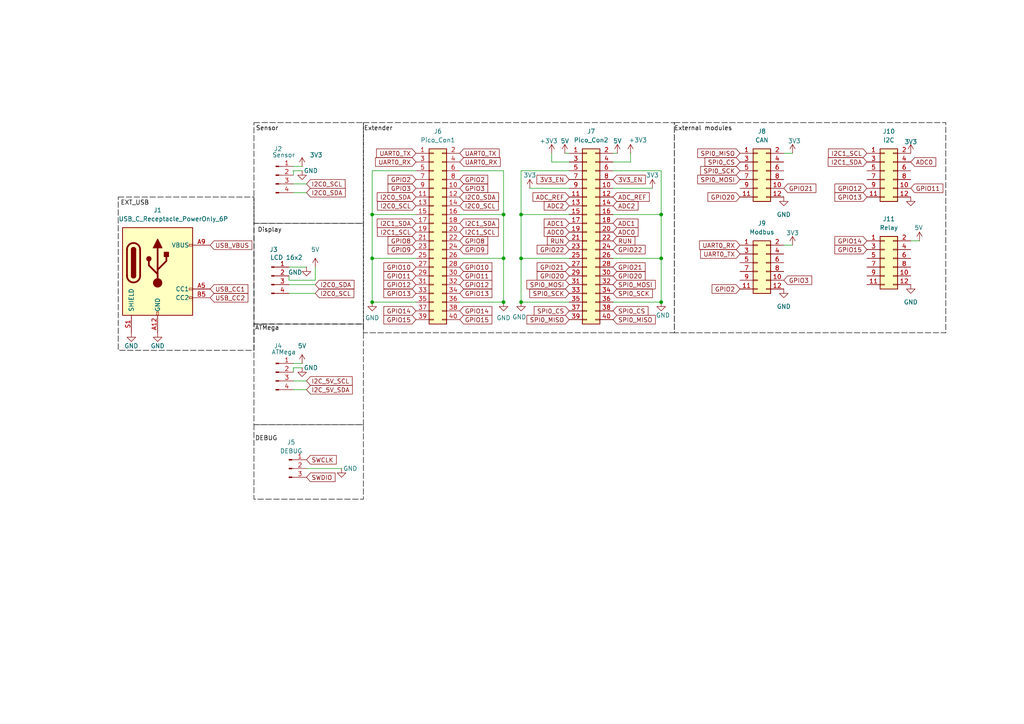
<source format=kicad_sch>
(kicad_sch (version 20250114) (generator "eeschema") (generator_version "9.0")
  (paper "A4")
  (title_block (title "Connectors") (date "2025-10-26") (rev "1.0") (company "PKl"))
  (lib_symbols
    (symbol "Connector:Conn_01x03_Pin" (pin_names (offset 1.016) (hide yes))
      (property "Reference" "J" (at 0 5.08 0))
      (property "Value" "Conn_01x03_Pin" (at 0 -5.08 0))
      (symbol "Conn_01x03_Pin_1_1"
        (rectangle (start 0.8636 2.667) (end 0 2.413) (stroke (width 0.1524)) (fill (type outline)))
        (rectangle (start 0.8636 0.127) (end 0 -0.127) (stroke (width 0.1524)) (fill (type outline)))
        (rectangle (start 0.8636 -2.413) (end 0 -2.667) (stroke (width 0.1524)) (fill (type outline)))
        (polyline (pts (xy 1.27 2.54) (xy 0.8636 2.54)) (stroke (width 0.1524)))
        (polyline (pts (xy 1.27 0) (xy 0.8636 0)) (stroke (width 0.1524)))
        (polyline (pts (xy 1.27 -2.54) (xy 0.8636 -2.54)) (stroke (width 0.1524)))
        (pin passive line (at 5.08 2.54 180) (length 3.81) (name "Pin_1") (number "1"))
        (pin passive line (at 5.08 0 180) (length 3.81) (name "Pin_2") (number "2"))
        (pin passive line (at 5.08 -2.54 180) (length 3.81) (name "Pin_3") (number "3"))
      )
    )
    (symbol "Connector:Conn_01x04_Pin" (pin_names (offset 1.016) (hide yes))
      (property "Reference" "J" (at 0 5.08 0))
      (property "Value" "Conn_01x04_Pin" (at 0 -7.62 0))
      (symbol "Conn_01x04_Pin_1_1"
        (rectangle (start 0.8636 2.667) (end 0 2.413) (stroke (width 0.1524)) (fill (type outline)))
        (rectangle (start 0.8636 0.127) (end 0 -0.127) (stroke (width 0.1524)) (fill (type outline)))
        (rectangle (start 0.8636 -2.413) (end 0 -2.667) (stroke (width 0.1524)) (fill (type outline)))
        (rectangle (start 0.8636 -4.953) (end 0 -5.207) (stroke (width 0.1524)) (fill (type outline)))
        (polyline (pts (xy 1.27 2.54) (xy 0.8636 2.54)) (stroke (width 0.1524)))
        (polyline (pts (xy 1.27 0) (xy 0.8636 0)) (stroke (width 0.1524)))
        (polyline (pts (xy 1.27 -2.54) (xy 0.8636 -2.54)) (stroke (width 0.1524)))
        (polyline (pts (xy 1.27 -5.08) (xy 0.8636 -5.08)) (stroke (width 0.1524)))
        (pin passive line (at 5.08 2.54 180) (length 3.81) (name "Pin_1") (number "1"))
        (pin passive line (at 5.08 0 180) (length 3.81) (name "Pin_2") (number "2"))
        (pin passive line (at 5.08 -2.54 180) (length 3.81) (name "Pin_3") (number "3"))
        (pin passive line (at 5.08 -5.08 180) (length 3.81) (name "Pin_4") (number "4"))
      )
    )
    (symbol "Connector:USB_C_Receptacle_PowerOnly_6P" (pin_names (offset 1.016))
      (property "Reference" "J" (at 0 16.51 0))
      (property "Value" "USB_C_Receptacle_PowerOnly_6P" (at 0 13.97 0))
      (symbol "USB_C_Receptacle_PowerOnly_6P_0_0"
        (rectangle (start -0.254 -12.7) (end 0.254 -11.684))
        (rectangle (start 10.16 7.874) (end 9.144 7.366))
        (rectangle (start 10.16 -4.826) (end 9.144 -5.334))
        (rectangle (start 10.16 -7.366) (end 9.144 -7.874))
      )
      (symbol "USB_C_Receptacle_PowerOnly_6P_0_1"
        (rectangle (start -10.16 12.7) (end 10.16 -12.7) (stroke (width 0.254)) (fill (type background)))
        (polyline (pts (xy -8.89 -1.27) (xy -8.89 6.35)) (stroke (width 0.508)))
        (rectangle (start -7.62 -1.27) (end -6.35 6.35) (stroke (width 0.254)) (fill (type outline)))
        (arc (start -7.62 6.35) (mid -6.985 6.9823) (end -6.35 6.35) (stroke (width 0.254)))
        (arc (start -7.62 6.35) (mid -6.985 6.9823) (end -6.35 6.35) (stroke (width 0.254)) (fill (type outline)))
        (arc (start -8.89 6.35) (mid -6.985 8.2467) (end -5.08 6.35) (stroke (width 0.508)))
        (arc (start -5.08 -1.27) (mid -6.985 -3.1667) (end -8.89 -1.27) (stroke (width 0.508)))
        (arc (start -6.35 -1.27) (mid -6.985 -1.9023) (end -7.62 -1.27) (stroke (width 0.254)))
        (arc (start -6.35 -1.27) (mid -6.985 -1.9023) (end -7.62 -1.27) (stroke (width 0.254)) (fill (type outline)))
        (polyline (pts (xy -5.08 6.35) (xy -5.08 -1.27)) (stroke (width 0.508)))
        (circle (center -2.54 3.683) (radius 0.635) (stroke (width 0.254)) (fill (type outline)))
        (polyline (pts (xy -1.27 6.858) (xy 0 9.398) (xy 1.27 6.858) (xy -1.27 6.858)) (stroke (width 0.254)) (fill (type outline)))
        (polyline (pts (xy 0 0.508) (xy 2.54 3.048) (xy 2.54 4.318)) (stroke (width 0.508)))
        (polyline (pts (xy 0 -0.762) (xy -2.54 1.778) (xy -2.54 3.048)) (stroke (width 0.508)))
        (polyline (pts (xy 0 -3.302) (xy 0 6.858)) (stroke (width 0.508)))
        (circle (center 0 -3.302) (radius 1.27) (fill (type outline)))
        (rectangle (start 1.905 4.318) (end 3.175 5.588) (stroke (width 0.254)) (fill (type outline)))
      )
      (symbol "USB_C_Receptacle_PowerOnly_6P_1_1"
        (pin passive line (at -7.62 -17.78 90) (length 5.08) (name "SHIELD") (number "S1"))
        (pin passive line (at 0 -17.78 90) (length 5.08) (name "GND") (number "A12"))
        (pin passive line (at 0 -17.78 90) (length 5.08) (hide yes) (name "GND") (number "B12"))
        (pin passive line (at 15.24 7.62 180) (length 5.08) (name "VBUS") (number "A9"))
        (pin passive line (at 15.24 7.62 180) (length 5.08) (hide yes) (name "VBUS") (number "B9"))
        (pin bidirectional line (at 15.24 -5.08 180) (length 5.08) (name "CC1") (number "A5"))
        (pin bidirectional line (at 15.24 -7.62 180) (length 5.08) (name "CC2") (number "B5"))
      )
    )
    (symbol "Connector_Generic:Conn_02x06_Odd_Even" (pin_names (offset 1.016) (hide yes))
      (property "Reference" "J" (at 1.27 7.62 0))
      (property "Value" "Conn_02x06_Odd_Even" (at 1.27 -10.16 0))
      (symbol "Conn_02x06_Odd_Even_1_1"
        (rectangle (start -1.27 6.35) (end 3.81 -8.89) (stroke (width 0.254)) (fill (type background)))
        (rectangle (start -1.27 5.207) (end 0 4.953) (stroke (width 0.1524)))
        (rectangle (start -1.27 2.667) (end 0 2.413) (stroke (width 0.1524)))
        (rectangle (start -1.27 0.127) (end 0 -0.127) (stroke (width 0.1524)))
        (rectangle (start -1.27 -2.413) (end 0 -2.667) (stroke (width 0.1524)))
        (rectangle (start -1.27 -4.953) (end 0 -5.207) (stroke (width 0.1524)))
        (rectangle (start -1.27 -7.493) (end 0 -7.747) (stroke (width 0.1524)))
        (rectangle (start 3.81 5.207) (end 2.54 4.953) (stroke (width 0.1524)))
        (rectangle (start 3.81 2.667) (end 2.54 2.413) (stroke (width 0.1524)))
        (rectangle (start 3.81 0.127) (end 2.54 -0.127) (stroke (width 0.1524)))
        (rectangle (start 3.81 -2.413) (end 2.54 -2.667) (stroke (width 0.1524)))
        (rectangle (start 3.81 -4.953) (end 2.54 -5.207) (stroke (width 0.1524)))
        (rectangle (start 3.81 -7.493) (end 2.54 -7.747) (stroke (width 0.1524)))
        (pin passive line (at -5.08 5.08 0) (length 3.81) (name "Pin_1") (number "1"))
        (pin passive line (at -5.08 2.54 0) (length 3.81) (name "Pin_3") (number "3"))
        (pin passive line (at -5.08 0 0) (length 3.81) (name "Pin_5") (number "5"))
        (pin passive line (at -5.08 -2.54 0) (length 3.81) (name "Pin_7") (number "7"))
        (pin passive line (at -5.08 -5.08 0) (length 3.81) (name "Pin_9") (number "9"))
        (pin passive line (at -5.08 -7.62 0) (length 3.81) (name "Pin_11") (number "11"))
        (pin passive line (at 7.62 5.08 180) (length 3.81) (name "Pin_2") (number "2"))
        (pin passive line (at 7.62 2.54 180) (length 3.81) (name "Pin_4") (number "4"))
        (pin passive line (at 7.62 0 180) (length 3.81) (name "Pin_6") (number "6"))
        (pin passive line (at 7.62 -2.54 180) (length 3.81) (name "Pin_8") (number "8"))
        (pin passive line (at 7.62 -5.08 180) (length 3.81) (name "Pin_10") (number "10"))
        (pin passive line (at 7.62 -7.62 180) (length 3.81) (name "Pin_12") (number "12"))
      )
    )
    (symbol "Connector_Generic:Conn_02x20_Odd_Even" (pin_names (offset 1.016) (hide yes))
      (property "Reference" "J" (at 1.27 25.4 0))
      (property "Value" "Conn_02x20_Odd_Even" (at 1.27 -27.94 0))
      (symbol "Conn_02x20_Odd_Even_1_1"
        (rectangle (start -1.27 24.13) (end 3.81 -26.67) (stroke (width 0.254)) (fill (type background)))
        (rectangle (start -1.27 22.987) (end 0 22.733) (stroke (width 0.1524)))
        (rectangle (start -1.27 20.447) (end 0 20.193) (stroke (width 0.1524)))
        (rectangle (start -1.27 17.907) (end 0 17.653) (stroke (width 0.1524)))
        (rectangle (start -1.27 15.367) (end 0 15.113) (stroke (width 0.1524)))
        (rectangle (start -1.27 12.827) (end 0 12.573) (stroke (width 0.1524)))
        (rectangle (start -1.27 10.287) (end 0 10.033) (stroke (width 0.1524)))
        (rectangle (start -1.27 7.747) (end 0 7.493) (stroke (width 0.1524)))
        (rectangle (start -1.27 5.207) (end 0 4.953) (stroke (width 0.1524)))
        (rectangle (start -1.27 2.667) (end 0 2.413) (stroke (width 0.1524)))
        (rectangle (start -1.27 0.127) (end 0 -0.127) (stroke (width 0.1524)))
        (rectangle (start -1.27 -2.413) (end 0 -2.667) (stroke (width 0.1524)))
        (rectangle (start -1.27 -4.953) (end 0 -5.207) (stroke (width 0.1524)))
        (rectangle (start -1.27 -7.493) (end 0 -7.747) (stroke (width 0.1524)))
        (rectangle (start -1.27 -10.033) (end 0 -10.287) (stroke (width 0.1524)))
        (rectangle (start -1.27 -12.573) (end 0 -12.827) (stroke (width 0.1524)))
        (rectangle (start -1.27 -15.113) (end 0 -15.367) (stroke (width 0.1524)))
        (rectangle (start -1.27 -17.653) (end 0 -17.907) (stroke (width 0.1524)))
        (rectangle (start -1.27 -20.193) (end 0 -20.447) (stroke (width 0.1524)))
        (rectangle (start -1.27 -22.733) (end 0 -22.987) (stroke (width 0.1524)))
        (rectangle (start -1.27 -25.273) (end 0 -25.527) (stroke (width 0.1524)))
        (rectangle (start 3.81 22.987) (end 2.54 22.733) (stroke (width 0.1524)))
        (rectangle (start 3.81 20.447) (end 2.54 20.193) (stroke (width 0.1524)))
        (rectangle (start 3.81 17.907) (end 2.54 17.653) (stroke (width 0.1524)))
        (rectangle (start 3.81 15.367) (end 2.54 15.113) (stroke (width 0.1524)))
        (rectangle (start 3.81 12.827) (end 2.54 12.573) (stroke (width 0.1524)))
        (rectangle (start 3.81 10.287) (end 2.54 10.033) (stroke (width 0.1524)))
        (rectangle (start 3.81 7.747) (end 2.54 7.493) (stroke (width 0.1524)))
        (rectangle (start 3.81 5.207) (end 2.54 4.953) (stroke (width 0.1524)))
        (rectangle (start 3.81 2.667) (end 2.54 2.413) (stroke (width 0.1524)))
        (rectangle (start 3.81 0.127) (end 2.54 -0.127) (stroke (width 0.1524)))
        (rectangle (start 3.81 -2.413) (end 2.54 -2.667) (stroke (width 0.1524)))
        (rectangle (start 3.81 -4.953) (end 2.54 -5.207) (stroke (width 0.1524)))
        (rectangle (start 3.81 -7.493) (end 2.54 -7.747) (stroke (width 0.1524)))
        (rectangle (start 3.81 -10.033) (end 2.54 -10.287) (stroke (width 0.1524)))
        (rectangle (start 3.81 -12.573) (end 2.54 -12.827) (stroke (width 0.1524)))
        (rectangle (start 3.81 -15.113) (end 2.54 -15.367) (stroke (width 0.1524)))
        (rectangle (start 3.81 -17.653) (end 2.54 -17.907) (stroke (width 0.1524)))
        (rectangle (start 3.81 -20.193) (end 2.54 -20.447) (stroke (width 0.1524)))
        (rectangle (start 3.81 -22.733) (end 2.54 -22.987) (stroke (width 0.1524)))
        (rectangle (start 3.81 -25.273) (end 2.54 -25.527) (stroke (width 0.1524)))
        (pin passive line (at -5.08 22.86 0) (length 3.81) (name "Pin_1") (number "1"))
        (pin passive line (at -5.08 20.32 0) (length 3.81) (name "Pin_3") (number "3"))
        (pin passive line (at -5.08 17.78 0) (length 3.81) (name "Pin_5") (number "5"))
        (pin passive line (at -5.08 15.24 0) (length 3.81) (name "Pin_7") (number "7"))
        (pin passive line (at -5.08 12.7 0) (length 3.81) (name "Pin_9") (number "9"))
        (pin passive line (at -5.08 10.16 0) (length 3.81) (name "Pin_11") (number "11"))
        (pin passive line (at -5.08 7.62 0) (length 3.81) (name "Pin_13") (number "13"))
        (pin passive line (at -5.08 5.08 0) (length 3.81) (name "Pin_15") (number "15"))
        (pin passive line (at -5.08 2.54 0) (length 3.81) (name "Pin_17") (number "17"))
        (pin passive line (at -5.08 0 0) (length 3.81) (name "Pin_19") (number "19"))
        (pin passive line (at -5.08 -2.54 0) (length 3.81) (name "Pin_21") (number "21"))
        (pin passive line (at -5.08 -5.08 0) (length 3.81) (name "Pin_23") (number "23"))
        (pin passive line (at -5.08 -7.62 0) (length 3.81) (name "Pin_25") (number "25"))
        (pin passive line (at -5.08 -10.16 0) (length 3.81) (name "Pin_27") (number "27"))
        (pin passive line (at -5.08 -12.7 0) (length 3.81) (name "Pin_29") (number "29"))
        (pin passive line (at -5.08 -15.24 0) (length 3.81) (name "Pin_31") (number "31"))
        (pin passive line (at -5.08 -17.78 0) (length 3.81) (name "Pin_33") (number "33"))
        (pin passive line (at -5.08 -20.32 0) (length 3.81) (name "Pin_35") (number "35"))
        (pin passive line (at -5.08 -22.86 0) (length 3.81) (name "Pin_37") (number "37"))
        (pin passive line (at -5.08 -25.4 0) (length 3.81) (name "Pin_39") (number "39"))
        (pin passive line (at 7.62 22.86 180) (length 3.81) (name "Pin_2") (number "2"))
        (pin passive line (at 7.62 20.32 180) (length 3.81) (name "Pin_4") (number "4"))
        (pin passive line (at 7.62 17.78 180) (length 3.81) (name "Pin_6") (number "6"))
        (pin passive line (at 7.62 15.24 180) (length 3.81) (name "Pin_8") (number "8"))
        (pin passive line (at 7.62 12.7 180) (length 3.81) (name "Pin_10") (number "10"))
        (pin passive line (at 7.62 10.16 180) (length 3.81) (name "Pin_12") (number "12"))
        (pin passive line (at 7.62 7.62 180) (length 3.81) (name "Pin_14") (number "14"))
        (pin passive line (at 7.62 5.08 180) (length 3.81) (name "Pin_16") (number "16"))
        (pin passive line (at 7.62 2.54 180) (length 3.81) (name "Pin_18") (number "18"))
        (pin passive line (at 7.62 0 180) (length 3.81) (name "Pin_20") (number "20"))
        (pin passive line (at 7.62 -2.54 180) (length 3.81) (name "Pin_22") (number "22"))
        (pin passive line (at 7.62 -5.08 180) (length 3.81) (name "Pin_24") (number "24"))
        (pin passive line (at 7.62 -7.62 180) (length 3.81) (name "Pin_26") (number "26"))
        (pin passive line (at 7.62 -10.16 180) (length 3.81) (name "Pin_28") (number "28"))
        (pin passive line (at 7.62 -12.7 180) (length 3.81) (name "Pin_30") (number "30"))
        (pin passive line (at 7.62 -15.24 180) (length 3.81) (name "Pin_32") (number "32"))
        (pin passive line (at 7.62 -17.78 180) (length 3.81) (name "Pin_34") (number "34"))
        (pin passive line (at 7.62 -20.32 180) (length 3.81) (name "Pin_36") (number "36"))
        (pin passive line (at 7.62 -22.86 180) (length 3.81) (name "Pin_38") (number "38"))
        (pin passive line (at 7.62 -25.4 180) (length 3.81) (name "Pin_40") (number "40"))
      )
    )
    (symbol "power:+3.3V" (power) (pin_numbers (hide yes)) (pin_names (offset 0) (hide yes))
      (property "Value" "+3.3V" (at 0 3.556 0))
      (symbol "+3.3V_0_1"
        (polyline (pts (xy -0.762 1.27) (xy 0 2.54)))
        (polyline (pts (xy 0 2.54) (xy 0.762 1.27)))
        (polyline (pts (xy 0 0) (xy 0 2.54)))
      )
      (symbol "+3.3V_1_1"
        (pin power_in line (at 0 0 90) (length 0) (name "~") (number "1"))
      )
    )
    (symbol "power:+5V" (power) (pin_numbers (hide yes)) (pin_names (offset 0) (hide yes))
      (property "Value" "+5V" (at 0 3.556 0))
      (symbol "+5V_0_1"
        (polyline (pts (xy -0.762 1.27) (xy 0 2.54)))
        (polyline (pts (xy 0 2.54) (xy 0.762 1.27)))
        (polyline (pts (xy 0 0) (xy 0 2.54)))
      )
      (symbol "+5V_1_1"
        (pin power_in line (at 0 0 90) (length 0) (name "~") (number "1"))
      )
    )
    (symbol "power:GND" (power) (pin_numbers (hide yes)) (pin_names (offset 0) (hide yes))
      (property "Value" "GND" (at 0 -3.81 0))
      (symbol "GND_0_1"
        (polyline (pts (xy 0 0) (xy 0 -1.27) (xy 1.27 -1.27) (xy 0 -2.54) (xy -1.27 -1.27) (xy 0 -1.27)))
      )
      (symbol "GND_1_1"
        (pin power_in line (at 0 0 270) (length 0) (name "~") (number "1"))
      )
    )
  )
  (rectangle (start 73.66 35.56) (end 105.41 64.77) (stroke (width 0) (type dash) (color 0 0 0 1)))
  (rectangle (start 195.58 35.56) (end 274.32 96.52) (stroke (width 0) (type dash) (color 0 0 0 1)))
  (rectangle (start 73.66 93.98) (end 105.41 123.19) (stroke (width 0) (type dash) (color 0 0 0 1)))
  (rectangle (start 34.29 57.15) (end 73.66 101.6) (stroke (width 0) (type dash) (color 0 0 0 1)))
  (rectangle (start 73.66 123.19) (end 105.41 144.78) (stroke (width 0) (type dash) (color 0 0 0 1)))
  (rectangle (start 73.66 64.77) (end 105.41 93.98) (stroke (width 0) (type dash) (color 0 0 0 1)))
  (rectangle (start 105.41 35.56) (end 195.58 96.52) (stroke (width 0) (type dash) (color 0 0 0 1)))
  (text "ATMega" (at 77.47 95.25 0) (effects (font (size 1.27 1.27))))
  (text "Sensor " (at 77.978 37.338 0) (effects (font (size 1.27 1.27))))
  (text "Extender" (at 109.728 37.338 0) (effects (font (size 1.27 1.27))))
  (text "Display" (at 78.232 66.802 0) (effects (font (size 1.27 1.27))))
  (text "External modules" (at 203.962 37.338 0) (effects (font (size 1.27 1.27))))
  (text "EXT_USB" (at 39.116 58.928 0) (effects (font (size 1.27 1.27))))
  (text "DEBUG" (at 77.216 127.254 0) (effects (font (size 1.27 1.27))))
  (junction (at 146.05 74.93))
  (junction (at 191.77 74.93))
  (junction (at 151.13 74.93))
  (junction (at 146.05 62.23))
  (junction (at 107.95 87.63))
  (junction (at 191.77 62.23))
  (junction (at 191.77 87.63))
  (junction (at 151.13 62.23))
  (junction (at 151.13 87.63))
  (junction (at 146.05 87.63))
  (junction (at 107.95 62.23))
  (junction (at 107.95 74.93))
  (wire (pts (xy 177.8 46.99) (xy 182.88 46.99)))
  (wire (pts (xy 163.83 44.45) (xy 165.1 44.45)))
  (wire (pts (xy 191.77 87.63) (xy 191.77 74.93)))
  (wire (pts (xy 83.82 85.09) (xy 91.44 85.09)))
  (wire (pts (xy 151.13 62.23) (xy 151.13 74.93)))
  (wire (pts (xy 87.63 105.41) (xy 85.09 105.41)))
  (wire (pts (xy 85.09 113.03) (xy 88.9 113.03)))
  (wire (pts (xy 146.05 49.53) (xy 133.35 49.53)))
  (wire (pts (xy 177.8 54.61) (xy 189.23 54.61)))
  (wire (pts (xy 151.13 74.93) (xy 151.13 87.63)))
  (wire (pts (xy 133.35 62.23) (xy 146.05 62.23)))
  (wire (pts (xy 85.09 49.53) (xy 87.63 49.53)))
  (wire (pts (xy 83.82 81.28) (xy 83.82 80.01)))
  (wire (pts (xy 85.09 106.68) (xy 87.63 106.68)))
  (wire (pts (xy 87.63 48.26) (xy 85.09 48.26)))
  (wire (pts (xy 191.77 49.53) (xy 177.8 49.53)))
  (wire (pts (xy 83.82 77.47) (xy 88.9 77.47)))
  (wire (pts (xy 85.09 55.88) (xy 88.9 55.88)))
  (wire (pts (xy 107.95 87.63) (xy 107.95 74.93)))
  (wire (pts (xy 160.02 46.99) (xy 165.1 46.99)))
  (wire (pts (xy 120.65 87.63) (xy 107.95 87.63)))
  (wire (pts (xy 229.87 71.12) (xy 227.33 71.12)))
  (wire (pts (xy 191.77 74.93) (xy 191.77 62.23)))
  (wire (pts (xy 107.95 49.53) (xy 120.65 49.53)))
  (wire (pts (xy 177.8 62.23) (xy 191.77 62.23)))
  (wire (pts (xy 85.09 106.68) (xy 85.09 107.95)))
  (wire (pts (xy 107.95 62.23) (xy 120.65 62.23)))
  (wire (pts (xy 151.13 49.53) (xy 165.1 49.53)))
  (wire (pts (xy 229.87 44.45) (xy 227.33 44.45)))
  (wire (pts (xy 191.77 62.23) (xy 191.77 49.53)))
  (wire (pts (xy 177.8 74.93) (xy 191.77 74.93)))
  (wire (pts (xy 146.05 62.23) (xy 146.05 49.53)))
  (wire (pts (xy 85.09 110.49) (xy 88.9 110.49)))
  (wire (pts (xy 165.1 62.23) (xy 151.13 62.23)))
  (wire (pts (xy 83.82 82.55) (xy 91.44 82.55)))
  (wire (pts (xy 88.9 135.89) (xy 99.06 135.89)))
  (wire (pts (xy 153.67 54.61) (xy 165.1 54.61)))
  (wire (pts (xy 146.05 87.63) (xy 146.05 74.93)))
  (wire (pts (xy 266.7 69.85) (xy 264.16 69.85)))
  (wire (pts (xy 146.05 74.93) (xy 146.05 62.23)))
  (wire (pts (xy 91.44 77.47) (xy 91.44 81.28)))
  (wire (pts (xy 179.07 44.45) (xy 177.8 44.45)))
  (wire (pts (xy 85.09 53.34) (xy 88.9 53.34)))
  (wire (pts (xy 85.09 49.53) (xy 85.09 50.8)))
  (wire (pts (xy 107.95 74.93) (xy 107.95 62.23)))
  (wire (pts (xy 177.8 87.63) (xy 191.77 87.63)))
  (wire (pts (xy 83.82 81.28) (xy 91.44 81.28)))
  (wire (pts (xy 165.1 87.63) (xy 151.13 87.63)))
  (wire (pts (xy 107.95 62.23) (xy 107.95 49.53)))
  (wire (pts (xy 151.13 74.93) (xy 165.1 74.93)))
  (wire (pts (xy 133.35 87.63) (xy 146.05 87.63)))
  (wire (pts (xy 160.02 44.45) (xy 160.02 46.99)))
  (wire (pts (xy 133.35 74.93) (xy 146.05 74.93)))
  (wire (pts (xy 182.88 46.99) (xy 182.88 44.45)))
  (wire (pts (xy 151.13 49.53) (xy 151.13 62.23)))
  (wire (pts (xy 107.95 74.93) (xy 120.65 74.93)))
  (global_label "SPI0_SCK" (shape input) (at 165.1 85.09 180) (property "Intersheetrefs" "${INTERSHEET_REFS}" (effects (hide yes))))
  (global_label "GPIO15" (shape input) (at 120.65 92.71 180) (property "Intersheetrefs" "${INTERSHEET_REFS}" (effects (hide yes))))
  (global_label "ADC1" (shape input) (at 177.8 64.77 0) (property "Intersheetrefs" "${INTERSHEET_REFS}" (effects (hide yes))))
  (global_label "I2C0_SDA" (shape input) (at 88.9 55.88 0) (property "Intersheetrefs" "${INTERSHEET_REFS}" (effects (hide yes))))
  (global_label "GPIO21" (shape input) (at 227.33 54.61 0) (property "Intersheetrefs" "${INTERSHEET_REFS}" (effects (hide yes))))
  (global_label "GPIO2" (shape input) (at 120.65 52.07 180) (property "Intersheetrefs" "${INTERSHEET_REFS}" (effects (hide yes))))
  (global_label "I2C0_SDA" (shape input) (at 133.35 57.15 0) (property "Intersheetrefs" "${INTERSHEET_REFS}" (effects (hide yes))))
  (global_label "GPIO13" (shape input) (at 120.65 85.09 180) (property "Intersheetrefs" "${INTERSHEET_REFS}" (effects (hide yes))))
  (global_label "GPIO13" (shape input) (at 133.35 85.09 0) (property "Intersheetrefs" "${INTERSHEET_REFS}" (effects (hide yes))))
  (global_label "ADC2" (shape input) (at 165.1 59.69 180) (property "Intersheetrefs" "${INTERSHEET_REFS}" (effects (hide yes))))
  (global_label "GPIO20" (shape input) (at 214.63 57.15 180) (property "Intersheetrefs" "${INTERSHEET_REFS}" (effects (hide yes))))
  (global_label "USB_VBUS" (shape input) (at 60.96 71.12 0) (property "Intersheetrefs" "${INTERSHEET_REFS}" (effects (hide yes))))
  (global_label "GPIO2" (shape input) (at 133.35 52.07 0) (property "Intersheetrefs" "${INTERSHEET_REFS}" (effects (hide yes))))
  (global_label "GPIO21" (shape input) (at 177.8 77.47 0) (property "Intersheetrefs" "${INTERSHEET_REFS}" (effects (hide yes))))
  (global_label "SPI0_MISO" (shape input) (at 177.8 92.71 0) (property "Intersheetrefs" "${INTERSHEET_REFS}" (effects (hide yes))))
  (global_label "ADC2" (shape input) (at 177.8 59.69 0) (property "Intersheetrefs" "${INTERSHEET_REFS}" (effects (hide yes))))
  (global_label "SPI0_MOSI" (shape input) (at 177.8 82.55 0) (property "Intersheetrefs" "${INTERSHEET_REFS}" (effects (hide yes))))
  (global_label "GPIO22" (shape input) (at 165.1 72.39 180) (property "Intersheetrefs" "${INTERSHEET_REFS}" (effects (hide yes))))
  (global_label "GPIO14" (shape input) (at 133.35 90.17 0) (property "Intersheetrefs" "${INTERSHEET_REFS}" (effects (hide yes))))
  (global_label "GPIO10" (shape input) (at 120.65 77.47 180) (property "Intersheetrefs" "${INTERSHEET_REFS}" (effects (hide yes))))
  (global_label "I2C_5V_SCL" (shape input) (at 88.9 110.49 0) (property "Intersheetrefs" "${INTERSHEET_REFS}" (effects (hide yes))))
  (global_label "GPIO12" (shape input) (at 120.65 82.55 180) (property "Intersheetrefs" "${INTERSHEET_REFS}" (effects (hide yes))))
  (global_label "ADC1" (shape input) (at 165.1 64.77 180) (property "Intersheetrefs" "${INTERSHEET_REFS}" (effects (hide yes))))
  (global_label "3V3_EN" (shape input) (at 165.1 52.07 180) (property "Intersheetrefs" "${INTERSHEET_REFS}" (effects (hide yes))))
  (global_label "I2C1_SDA" (shape input) (at 251.46 46.99 180) (property "Intersheetrefs" "${INTERSHEET_REFS}" (effects (hide yes))))
  (global_label "SWCLK" (shape input) (at 88.9 133.35 0) (property "Intersheetrefs" "${INTERSHEET_REFS}" (effects (hide yes))))
  (global_label "SPI0_CS" (shape input) (at 165.1 90.17 180) (property "Intersheetrefs" "${INTERSHEET_REFS}" (effects (hide yes))))
  (global_label "SPI0_MISO" (shape input) (at 214.63 44.45 180) (property "Intersheetrefs" "${INTERSHEET_REFS}" (effects (hide yes))))
  (global_label "I2C1_SDA" (shape input) (at 133.35 64.77 0) (property "Intersheetrefs" "${INTERSHEET_REFS}" (effects (hide yes))))
  (global_label "GPIO14" (shape input) (at 251.46 69.85 180) (property "Intersheetrefs" "${INTERSHEET_REFS}" (effects (hide yes))))
  (global_label "USB_CC2" (shape input) (at 60.96 86.36 0) (property "Intersheetrefs" "${INTERSHEET_REFS}" (effects (hide yes))))
  (global_label "GPIO15" (shape input) (at 133.35 92.71 0) (property "Intersheetrefs" "${INTERSHEET_REFS}" (effects (hide yes))))
  (global_label "I2C0_SCL" (shape input) (at 120.65 59.69 180) (property "Intersheetrefs" "${INTERSHEET_REFS}" (effects (hide yes))))
  (global_label "I2C1_SCL" (shape input) (at 251.46 44.45 180) (property "Intersheetrefs" "${INTERSHEET_REFS}" (effects (hide yes))))
  (global_label "GPIO3" (shape input) (at 120.65 54.61 180) (property "Intersheetrefs" "${INTERSHEET_REFS}" (effects (hide yes))))
  (global_label "SPI0_MISO" (shape input) (at 165.1 92.71 180) (property "Intersheetrefs" "${INTERSHEET_REFS}" (effects (hide yes))))
  (global_label "UART0_RX" (shape input) (at 214.63 71.12 180) (property "Intersheetrefs" "${INTERSHEET_REFS}" (effects (hide yes))))
  (global_label "GPIO11" (shape input) (at 120.65 80.01 180) (property "Intersheetrefs" "${INTERSHEET_REFS}" (effects (hide yes))))
  (global_label "GPIO8" (shape input) (at 133.35 69.85 0) (property "Intersheetrefs" "${INTERSHEET_REFS}" (effects (hide yes))))
  (global_label "UART0_RX" (shape input) (at 133.35 46.99 0) (property "Intersheetrefs" "${INTERSHEET_REFS}" (effects (hide yes))))
  (global_label "I2C1_SCL" (shape input) (at 120.65 67.31 180) (property "Intersheetrefs" "${INTERSHEET_REFS}" (effects (hide yes))))
  (global_label "I2C1_SCL" (shape input) (at 133.35 67.31 0) (property "Intersheetrefs" "${INTERSHEET_REFS}" (effects (hide yes))))
  (global_label "UART0_TX" (shape input) (at 133.35 44.45 0) (property "Intersheetrefs" "${INTERSHEET_REFS}" (effects (hide yes))))
  (global_label "SWDIO" (shape input) (at 88.9 138.43 0) (property "Intersheetrefs" "${INTERSHEET_REFS}" (effects (hide yes))))
  (global_label "GPIO21" (shape input) (at 165.1 77.47 180) (property "Intersheetrefs" "${INTERSHEET_REFS}" (effects (hide yes))))
  (global_label "GPIO22" (shape input) (at 177.8 72.39 0) (property "Intersheetrefs" "${INTERSHEET_REFS}" (effects (hide yes))))
  (global_label "I2C0_SCL" (shape input) (at 88.9 53.34 0) (property "Intersheetrefs" "${INTERSHEET_REFS}" (effects (hide yes))))
  (global_label "I2C0_SCL" (shape input) (at 133.35 59.69 0) (property "Intersheetrefs" "${INTERSHEET_REFS}" (effects (hide yes))))
  (global_label "GPIO14" (shape input) (at 120.65 90.17 180) (property "Intersheetrefs" "${INTERSHEET_REFS}" (effects (hide yes))))
  (global_label "SPI0_SCK" (shape input) (at 214.63 49.53 180) (property "Intersheetrefs" "${INTERSHEET_REFS}" (effects (hide yes))))
  (global_label "I2C1_SDA" (shape input) (at 120.65 64.77 180) (property "Intersheetrefs" "${INTERSHEET_REFS}" (effects (hide yes))))
  (global_label "GPIO12" (shape input) (at 251.46 54.61 180) (property "Intersheetrefs" "${INTERSHEET_REFS}" (effects (hide yes))))
  (global_label "I2C_5V_SDA" (shape input) (at 88.9 113.03 0) (property "Intersheetrefs" "${INTERSHEET_REFS}" (effects (hide yes))))
  (global_label "SPI0_SCK" (shape input) (at 177.8 85.09 0) (property "Intersheetrefs" "${INTERSHEET_REFS}" (effects (hide yes))))
  (global_label "USB_CC1" (shape input) (at 60.96 83.82 0) (property "Intersheetrefs" "${INTERSHEET_REFS}" (effects (hide yes))))
  (global_label "RUN" (shape input) (at 165.1 69.85 180) (property "Intersheetrefs" "${INTERSHEET_REFS}" (effects (hide yes))))
  (global_label "GPIO13" (shape input) (at 251.46 57.15 180) (property "Intersheetrefs" "${INTERSHEET_REFS}" (effects (hide yes))))
  (global_label "I2C0_SCL" (shape input) (at 91.44 85.09 0) (property "Intersheetrefs" "${INTERSHEET_REFS}" (effects (hide yes))))
  (global_label "UART0_RX" (shape input) (at 120.65 46.99 180) (property "Intersheetrefs" "${INTERSHEET_REFS}" (effects (hide yes))))
  (global_label "GPIO9" (shape input) (at 133.35 72.39 0) (property "Intersheetrefs" "${INTERSHEET_REFS}" (effects (hide yes))))
  (global_label "GPIO11" (shape input) (at 133.35 80.01 0) (property "Intersheetrefs" "${INTERSHEET_REFS}" (effects (hide yes))))
  (global_label "GPIO12" (shape input) (at 133.35 82.55 0) (property "Intersheetrefs" "${INTERSHEET_REFS}" (effects (hide yes))))
  (global_label "I2C0_SDA" (shape input) (at 120.65 57.15 180) (property "Intersheetrefs" "${INTERSHEET_REFS}" (effects (hide yes))))
  (global_label "GPIO20" (shape input) (at 177.8 80.01 0) (property "Intersheetrefs" "${INTERSHEET_REFS}" (effects (hide yes))))
  (global_label "RUN" (shape input) (at 177.8 69.85 0) (property "Intersheetrefs" "${INTERSHEET_REFS}" (effects (hide yes))))
  (global_label "GPIO20" (shape input) (at 165.1 80.01 180) (property "Intersheetrefs" "${INTERSHEET_REFS}" (effects (hide yes))))
  (global_label "ADC0" (shape input) (at 165.1 67.31 180) (property "Intersheetrefs" "${INTERSHEET_REFS}" (effects (hide yes))))
  (global_label "GPIO3" (shape input) (at 227.33 81.28 0) (property "Intersheetrefs" "${INTERSHEET_REFS}" (effects (hide yes))))
  (global_label "SPI0_CS" (shape input) (at 214.63 46.99 180) (property "Intersheetrefs" "${INTERSHEET_REFS}" (effects (hide yes))))
  (global_label "UART0_TX" (shape input) (at 120.65 44.45 180) (property "Intersheetrefs" "${INTERSHEET_REFS}" (effects (hide yes))))
  (global_label "GPIO3" (shape input) (at 133.35 54.61 0) (property "Intersheetrefs" "${INTERSHEET_REFS}" (effects (hide yes))))
  (global_label "GPIO11" (shape input) (at 264.16 54.61 0) (property "Intersheetrefs" "${INTERSHEET_REFS}" (effects (hide yes))))
  (global_label "GPIO10" (shape input) (at 133.35 77.47 0) (property "Intersheetrefs" "${INTERSHEET_REFS}" (effects (hide yes))))
  (global_label "SPI0_MOSI" (shape input) (at 214.63 52.07 180) (property "Intersheetrefs" "${INTERSHEET_REFS}" (effects (hide yes))))
  (global_label "ADC0" (shape input) (at 177.8 67.31 0) (property "Intersheetrefs" "${INTERSHEET_REFS}" (effects (hide yes))))
  (global_label "GPIO2" (shape input) (at 214.63 83.82 180) (property "Intersheetrefs" "${INTERSHEET_REFS}" (effects (hide yes))))
  (global_label "ADC_REF" (shape input) (at 165.1 57.15 180) (property "Intersheetrefs" "${INTERSHEET_REFS}" (effects (hide yes))))
  (global_label "GPIO8" (shape input) (at 120.65 69.85 180) (property "Intersheetrefs" "${INTERSHEET_REFS}" (effects (hide yes))))
  (global_label "SPI0_CS" (shape input) (at 177.8 90.17 0) (property "Intersheetrefs" "${INTERSHEET_REFS}" (effects (hide yes))))
  (global_label "3V3_EN" (shape input) (at 177.8 52.07 0) (property "Intersheetrefs" "${INTERSHEET_REFS}" (effects (hide yes))))
  (global_label "GPIO9" (shape input) (at 120.65 72.39 180) (property "Intersheetrefs" "${INTERSHEET_REFS}" (effects (hide yes))))
  (global_label "ADC_REF" (shape input) (at 177.8 57.15 0) (property "Intersheetrefs" "${INTERSHEET_REFS}" (effects (hide yes))))
  (global_label "I2C0_SDA" (shape input) (at 91.44 82.55 0) (property "Intersheetrefs" "${INTERSHEET_REFS}" (effects (hide yes))))
  (global_label "GPIO15" (shape input) (at 251.46 72.39 180) (property "Intersheetrefs" "${INTERSHEET_REFS}" (effects (hide yes))))
  (global_label "ADC0" (shape input) (at 264.16 46.99 0) (property "Intersheetrefs" "${INTERSHEET_REFS}" (effects (hide yes))))
  (global_label "SPI0_MOSI" (shape input) (at 165.1 82.55 180) (property "Intersheetrefs" "${INTERSHEET_REFS}" (effects (hide yes))))
  (global_label "UART0_TX" (shape input) (at 214.63 73.66 180) (property "Intersheetrefs" "${INTERSHEET_REFS}" (effects (hide yes))))
  (symbol (lib_id "power:GND") (at 227.33 57.15 0) (unit 1)
    (property "Reference" "#PWR018" (effects (hide yes)))
    (property "Value" "GND" (at 227.33 62.23 0))
    (property "Description" "Power symbol creates a global label with name \"GND\" , ground" (effects (hide yes)))
  )
  (symbol (lib_id "Connector_Generic:Conn_02x06_Odd_Even") (at 219.71 76.2 0) (unit 1)
    (property "Reference" "J9" (at 220.98 64.77 0))
    (property "Value" "Modbus" (at 220.98 67.31 0))
    (property "Footprint" "Connector_PinSocket_2.54mm:PinSocket_2x06_P2.54mm_Vertical" (effects (hide yes)))
    (property "Description" "Generic connector, double row, 02x06, odd/even pin numbering scheme (row 1 odd numbers, row 2 even numbers), script generated (kicad-library-utils/schlib/autogen/connector/)" (effects (hide yes)))
  )
  (symbol (lib_id "power:+3.3V") (at 229.87 71.12 0) (unit 1)
    (property "Reference" "#PWR021" (effects (hide yes)))
    (property "Value" "3V3" (at 229.87 67.564 0))
    (property "Description" "Power symbol creates a global label with name \"+3.3V\"" (effects (hide yes)))
  )
  (symbol (lib_id "power:GND") (at 227.33 83.82 0) (unit 1)
    (property "Reference" "#PWR020" (effects (hide yes)))
    (property "Value" "GND" (at 227.33 88.9 0))
    (property "Description" "Power symbol creates a global label with name \"GND\" , ground" (effects (hide yes)))
  )
  (symbol (lib_id "power:+5V") (at 87.63 105.41 0) (unit 1)
    (property "Reference" "#PWR017" (effects (hide yes)))
    (property "Value" "5V" (at 87.63 100.33 0))
    (property "Description" "Power symbol creates a global label with name \"+5V\"" (effects (hide yes)))
  )
  (symbol (lib_id "power:+5V") (at 179.07 44.45 0) (unit 1)
    (property "Reference" "#PWR07" (effects (hide yes)))
    (property "Value" "5V" (at 179.07 40.894 0))
    (property "Description" "Power symbol creates a global label with name \"+5V\"" (effects (hide yes)))
  )
  (symbol (lib_id "power:GND") (at 151.13 87.63 0) (unit 1)
    (property "Reference" "#PWR014" (effects (hide yes)))
    (property "Value" "GND" (at 150.622 91.948 0))
    (property "Description" "Power symbol creates a global label with name \"GND\" , ground" (effects (hide yes)))
  )
  (symbol (lib_id "power:+3.3V") (at 87.63 48.26 0) (unit 1)
    (property "Reference" "#PWR061" (effects (hide yes)))
    (property "Value" "3V3" (at 91.694 44.958 0))
    (property "Description" "Power symbol creates a global label with name \"+3.3V\"" (effects (hide yes)))
  )
  (symbol (lib_id "Connector:Conn_01x04_Pin") (at 78.74 80.01 0) (unit 1)
    (property "Reference" "J3" (at 79.375 72.39 0))
    (property "Value" "LCD 16x2" (at 83.058 74.676 0))
    (property "Footprint" "Connector_JST:JST_XH_B4B-XH-A_1x04_P2.50mm_Vertical" (effects (hide yes)))
    (property "Description" "Generic connector, single row, 01x04, script generated" (effects (hide yes)))
  )
  (symbol (lib_id "power:GND") (at 99.06 135.89 0) (unit 1)
    (property "Reference" "#PWR015" (effects (hide yes)))
    (property "Value" "GND" (at 101.6 135.89 0))
    (property "Description" "Power symbol creates a global label with name \"GND\" , ground" (effects (hide yes)))
  )
  (symbol (lib_id "power:GND") (at 88.9 77.47 0) (unit 1)
    (property "Reference" "#PWR065" (effects (hide yes)))
    (property "Value" "GND" (at 85.598 78.994 0))
    (property "Description" "Power symbol creates a global label with name \"GND\" , ground" (effects (hide yes)))
  )
  (symbol (lib_id "Connector:Conn_01x03_Pin") (at 83.82 135.89 0) (unit 1)
    (property "Reference" "J5" (at 84.455 128.27 0))
    (property "Value" "DEBUG" (at 84.455 130.81 0))
    (property "Footprint" "Connector_JST:JST_XH_B3B-XH-A_1x03_P2.50mm_Vertical" (effects (hide yes)))
    (property "Description" "Generic connector, single row, 01x03, script generated" (effects (hide yes)))
  )
  (symbol (lib_id "power:+3.3V") (at 153.67 54.61 0) (unit 1)
    (property "Reference" "#PWR012" (effects (hide yes)))
    (property "Value" "3V3" (at 153.67 50.8 0))
    (property "Description" "Power symbol creates a global label with name \"+3.3V\"" (effects (hide yes)))
  )
  (symbol (lib_id "power:+3.3V") (at 182.88 44.45 0) (unit 1)
    (property "Reference" "#PWR08" (effects (hide yes)))
    (property "Value" "+3V3" (at 182.372 40.64 0) (effects (justify left)))
    (property "Description" "Power symbol creates a global label with name \"+3.3V\"" (effects (hide yes)))
  )
  (symbol (lib_id "Connector:USB_C_Receptacle_PowerOnly_6P") (at 45.72 78.74 0) (unit 1)
    (property "Reference" "J1" (at 45.72 60.96 0))
    (property "Value" "USB_C_Receptacle_PowerOnly_6P" (at 50.292 63.5 0))
    (property "Footprint" "Connector_USB:USB_C_Receptacle_GCT_USB4125-xx-x_6P_TopMnt_Horizontal" (effects (hide yes)))
    (property "Datasheet" "https://www.usb.org/sites/default/files/documents/usb_type-c.zip" (effects (hide yes)))
    (property "Description" "USB Power-Only 6P Type-C Receptacle connector" (effects (hide yes)))
  )
  (symbol (lib_id "Connector:Conn_01x04_Pin") (at 80.01 107.95 0) (unit 1)
    (property "Reference" "J4" (at 80.645 100.33 0))
    (property "Value" "ATMega" (at 82.296 102.108 0))
    (property "Footprint" "Connector_PinHeader_2.54mm:PinHeader_1x04_P2.54mm_Vertical" (effects (hide yes)))
    (property "Description" "Generic connector, single row, 01x04, script generated" (effects (hide yes)))
  )
  (symbol (lib_id "Connector_Generic:Conn_02x20_Odd_Even") (at 170.18 67.31 0) (unit 1)
    (property "Reference" "J7" (at 171.45 38.1 0))
    (property "Value" "Pico_Con2" (at 171.45 40.64 0))
    (property "Footprint" "Connector_PinHeader_2.54mm:PinHeader_2x20_P2.54mm_Vertical" (effects (hide yes)))
    (property "Description" "Generic connector, double row, 02x20, odd/even pin numbering scheme (row 1 odd numbers, row 2 even numbers), script generated (kicad-library-utils/schlib/autogen/connector/)" (effects (hide yes)))
  )
  (symbol (lib_id "power:GND") (at 45.72 96.52 0) (unit 1)
    (property "Reference" "#PWR072" (effects (hide yes)))
    (property "Value" "GND" (at 45.72 100.33 0))
    (property "Description" "Power symbol creates a global label with name \"GND\" , ground" (effects (hide yes)))
  )
  (symbol (lib_id "power:GND") (at 264.16 57.15 0) (unit 1)
    (property "Reference" "#PWR027" (effects (hide yes)))
    (property "Value" "GND" (effects (hide yes)))
    (property "Description" "Power symbol creates a global label with name \"GND\" , ground" (effects (hide yes)))
  )
  (symbol (lib_id "power:+3.3V") (at 229.87 44.45 0) (unit 1)
    (property "Reference" "#PWR019" (effects (hide yes)))
    (property "Value" "3V3" (at 230.378 40.894 0))
    (property "Description" "Power symbol creates a global label with name \"+3.3V\"" (effects (hide yes)))
  )
  (symbol (lib_id "power:GND") (at 87.63 49.53 0) (unit 1)
    (property "Reference" "#PWR062" (effects (hide yes)))
    (property "Value" "GND" (at 90.17 49.53 0))
    (property "Description" "Power symbol creates a global label with name \"GND\" , ground" (effects (hide yes)))
  )
  (symbol (lib_id "Connector_Generic:Conn_02x06_Odd_Even") (at 219.71 49.53 0) (unit 1)
    (property "Reference" "J8" (at 220.98 38.1 0))
    (property "Value" "CAN" (at 220.98 40.64 0))
    (property "Footprint" "Connector_PinSocket_2.54mm:PinSocket_2x06_P2.54mm_Vertical" (effects (hide yes)))
    (property "Description" "Generic connector, double row, 02x06, odd/even pin numbering scheme (row 1 odd numbers, row 2 even numbers), script generated (kicad-library-utils/schlib/autogen/connector/)" (effects (hide yes)))
  )
  (symbol (lib_id "power:+3.3V") (at 160.02 44.45 0) (unit 1)
    (property "Reference" "#PWR011" (effects (hide yes)))
    (property "Value" "+3V3" (at 156.464 40.894 0) (effects (justify left)))
    (property "Description" "Power symbol creates a global label with name \"+3.3V\"" (effects (hide yes)))
  )
  (symbol (lib_id "power:+3.3V") (at 264.16 44.45 0) (unit 1)
    (property "Reference" "#PWR026" (effects (hide yes)))
    (property "Value" "3V3" (at 264.16 41.148 0))
    (property "Description" "Power symbol creates a global label with name \"+3.3V\"" (effects (hide yes)))
  )
  (symbol (lib_id "power:+3.3V") (at 266.7 69.85 0) (unit 1)
    (property "Reference" "#PWR025" (effects (hide yes)))
    (property "Value" "5V" (at 266.446 66.04 0))
    (property "Description" "Power symbol creates a global label with name \"+3.3V\"" (effects (hide yes)))
  )
  (symbol (lib_id "power:GND") (at 146.05 87.63 0) (unit 1)
    (property "Reference" "#PWR05" (effects (hide yes)))
    (property "Value" "GND" (at 146.05 92.202 0))
    (property "Description" "Power symbol creates a global label with name \"GND\" , ground" (effects (hide yes)))
  )
  (symbol (lib_id "power:GND") (at 107.95 87.63 0) (unit 1)
    (property "Reference" "#PWR06" (effects (hide yes)))
    (property "Value" "GND" (at 107.95 92.202 0))
    (property "Description" "Power symbol creates a global label with name \"GND\" , ground" (effects (hide yes)))
  )
  (symbol (lib_id "power:+3.3V") (at 189.23 54.61 0) (unit 1)
    (property "Reference" "#PWR09" (effects (hide yes)))
    (property "Value" "3V3" (at 189.23 50.8 0))
    (property "Description" "Power symbol creates a global label with name \"+3.3V\"" (effects (hide yes)))
  )
  (symbol (lib_id "Connector:Conn_01x04_Pin") (at 80.01 50.8 0) (unit 1)
    (property "Reference" "J2" (at 80.645 43.18 0))
    (property "Value" "Sensor" (at 82.296 44.958 0))
    (property "Footprint" "Connector_JST:JST_XH_B4B-XH-A_1x04_P2.50mm_Vertical" (effects (hide yes)))
    (property "Description" "Generic connector, single row, 01x04, script generated" (effects (hide yes)))
  )
  (symbol (lib_id "power:GND") (at 38.1 96.52 0) (unit 1)
    (property "Reference" "#PWR079" (effects (hide yes)))
    (property "Value" "GND" (at 38.1 100.33 0))
    (property "Description" "Power symbol creates a global label with name \"GND\" , ground" (effects (hide yes)))
  )
  (symbol (lib_id "power:+5V") (at 163.83 44.45 0) (unit 1)
    (property "Reference" "#PWR010" (effects (hide yes)))
    (property "Value" "5V" (at 163.83 40.894 0))
    (property "Description" "Power symbol creates a global label with name \"+5V\"" (effects (hide yes)))
  )
  (symbol (lib_id "power:+5V") (at 91.44 77.47 0) (unit 1)
    (property "Reference" "#PWR067" (effects (hide yes)))
    (property "Value" "5V" (at 91.44 72.39 0))
    (property "Description" "Power symbol creates a global label with name \"+5V\"" (effects (hide yes)))
  )
  (symbol (lib_id "power:GND") (at 191.77 87.63 0) (unit 1)
    (property "Reference" "#PWR013" (effects (hide yes)))
    (property "Value" "GND" (at 192.278 91.44 0))
    (property "Description" "Power symbol creates a global label with name \"GND\" , ground" (effects (hide yes)))
  )
  (symbol (lib_id "power:GND") (at 87.63 106.68 0) (unit 1)
    (property "Reference" "#PWR094" (effects (hide yes)))
    (property "Value" "GND" (at 90.17 106.68 0))
    (property "Description" "Power symbol creates a global label with name \"GND\" , ground" (effects (hide yes)))
  )
  (symbol (lib_id "Connector_Generic:Conn_02x06_Odd_Even") (at 256.54 74.93 0) (unit 1)
    (property "Reference" "J11" (at 257.81 63.5 0))
    (property "Value" "Relay" (at 257.81 66.04 0))
    (property "Footprint" "Connector_PinSocket_2.54mm:PinSocket_2x06_P2.54mm_Vertical" (effects (hide yes)))
    (property "Description" "Generic connector, double row, 02x06, odd/even pin numbering scheme (row 1 odd numbers, row 2 even numbers), script generated (kicad-library-utils/schlib/autogen/connector/)" (effects (hide yes)))
  )
  (symbol (lib_id "Connector_Generic:Conn_02x20_Odd_Even") (at 125.73 67.31 0) (unit 1)
    (property "Reference" "J6" (at 127 38.1 0))
    (property "Value" "Pico_Con1" (at 127 40.64 0))
    (property "Footprint" "Connector_PinHeader_2.54mm:PinHeader_2x20_P2.54mm_Vertical" (effects (hide yes)))
    (property "Description" "Generic connector, double row, 02x20, odd/even pin numbering scheme (row 1 odd numbers, row 2 even numbers), script generated (kicad-library-utils/schlib/autogen/connector/)" (effects (hide yes)))
  )
  (symbol (lib_id "power:GND") (at 264.16 82.55 0) (unit 1)
    (property "Reference" "#PWR024" (effects (hide yes)))
    (property "Value" "GND" (at 264.16 87.63 0))
    (property "Description" "Power symbol creates a global label with name \"GND\" , ground" (effects (hide yes)))
  )
  (symbol (lib_id "Connector_Generic:Conn_02x06_Odd_Even") (at 256.54 49.53 0) (unit 1)
    (property "Reference" "J10" (at 257.81 38.1 0))
    (property "Value" "I2C" (at 257.81 40.64 0))
    (property "Footprint" "Connector_PinSocket_2.54mm:PinSocket_2x06_P2.54mm_Vertical" (effects (hide yes)))
    (property "Description" "Generic connector, double row, 02x06, odd/even pin numbering scheme (row 1 odd numbers, row 2 even numbers), script generated (kicad-library-utils/schlib/autogen/connector/)" (effects (hide yes)))
  )
)
</source>
